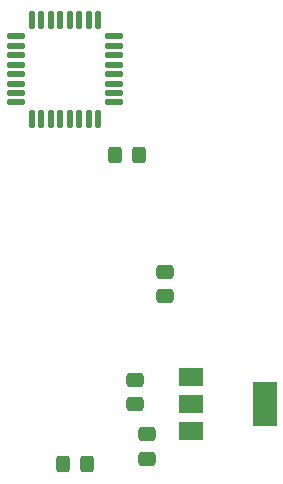
<source format=gbr>
%TF.GenerationSoftware,KiCad,Pcbnew,7.0.7*%
%TF.CreationDate,2023-09-08T17:32:34-05:00*%
%TF.ProjectId,Projects_zyxie2,50726f6a-6563-4747-935f-7a7978696532,rev?*%
%TF.SameCoordinates,Original*%
%TF.FileFunction,Paste,Top*%
%TF.FilePolarity,Positive*%
%FSLAX46Y46*%
G04 Gerber Fmt 4.6, Leading zero omitted, Abs format (unit mm)*
G04 Created by KiCad (PCBNEW 7.0.7) date 2023-09-08 17:32:34*
%MOMM*%
%LPD*%
G01*
G04 APERTURE LIST*
G04 Aperture macros list*
%AMRoundRect*
0 Rectangle with rounded corners*
0 $1 Rounding radius*
0 $2 $3 $4 $5 $6 $7 $8 $9 X,Y pos of 4 corners*
0 Add a 4 corners polygon primitive as box body*
4,1,4,$2,$3,$4,$5,$6,$7,$8,$9,$2,$3,0*
0 Add four circle primitives for the rounded corners*
1,1,$1+$1,$2,$3*
1,1,$1+$1,$4,$5*
1,1,$1+$1,$6,$7*
1,1,$1+$1,$8,$9*
0 Add four rect primitives between the rounded corners*
20,1,$1+$1,$2,$3,$4,$5,0*
20,1,$1+$1,$4,$5,$6,$7,0*
20,1,$1+$1,$6,$7,$8,$9,0*
20,1,$1+$1,$8,$9,$2,$3,0*%
G04 Aperture macros list end*
%ADD10RoundRect,0.250000X-0.475000X0.337500X-0.475000X-0.337500X0.475000X-0.337500X0.475000X0.337500X0*%
%ADD11RoundRect,0.125000X-0.125000X-0.625000X0.125000X-0.625000X0.125000X0.625000X-0.125000X0.625000X0*%
%ADD12RoundRect,0.125000X-0.625000X-0.125000X0.625000X-0.125000X0.625000X0.125000X-0.625000X0.125000X0*%
%ADD13RoundRect,0.250000X-0.325000X-0.450000X0.325000X-0.450000X0.325000X0.450000X-0.325000X0.450000X0*%
%ADD14R,2.000000X1.500000*%
%ADD15R,2.000000X3.800000*%
%ADD16RoundRect,0.250000X0.475000X-0.337500X0.475000X0.337500X-0.475000X0.337500X-0.475000X-0.337500X0*%
G04 APERTURE END LIST*
D10*
%TO.C,C2*%
X121062500Y-107145000D03*
X121062500Y-109220000D03*
%TD*%
D11*
%TO.C,U1*%
X112340000Y-76695000D03*
X113140000Y-76695000D03*
X113940000Y-76695000D03*
X114740000Y-76695000D03*
X115540000Y-76695000D03*
X116340000Y-76695000D03*
X117140000Y-76695000D03*
X117940000Y-76695000D03*
D12*
X119315000Y-78070000D03*
X119315000Y-78870000D03*
X119315000Y-79670000D03*
X119315000Y-80470000D03*
X119315000Y-81270000D03*
X119315000Y-82070000D03*
X119315000Y-82870000D03*
X119315000Y-83670000D03*
D11*
X117940000Y-85045000D03*
X117140000Y-85045000D03*
X116340000Y-85045000D03*
X115540000Y-85045000D03*
X114740000Y-85045000D03*
X113940000Y-85045000D03*
X113140000Y-85045000D03*
X112340000Y-85045000D03*
D12*
X110965000Y-83670000D03*
X110965000Y-82870000D03*
X110965000Y-82070000D03*
X110965000Y-81270000D03*
X110965000Y-80470000D03*
X110965000Y-79670000D03*
X110965000Y-78870000D03*
X110965000Y-78070000D03*
%TD*%
D13*
%TO.C,D1*%
X119380000Y-88095000D03*
X121430000Y-88095000D03*
%TD*%
D14*
%TO.C,U2*%
X125780000Y-106920000D03*
X125780000Y-109220000D03*
X125780000Y-111520000D03*
D15*
X132080000Y-109220000D03*
%TD*%
D13*
%TO.C,D2*%
X114970000Y-114300000D03*
X117020000Y-114300000D03*
%TD*%
D10*
%TO.C,C1*%
X123602500Y-98022500D03*
X123602500Y-100097500D03*
%TD*%
D16*
%TO.C,C3*%
X122100000Y-113835000D03*
X122100000Y-111760000D03*
%TD*%
M02*

</source>
